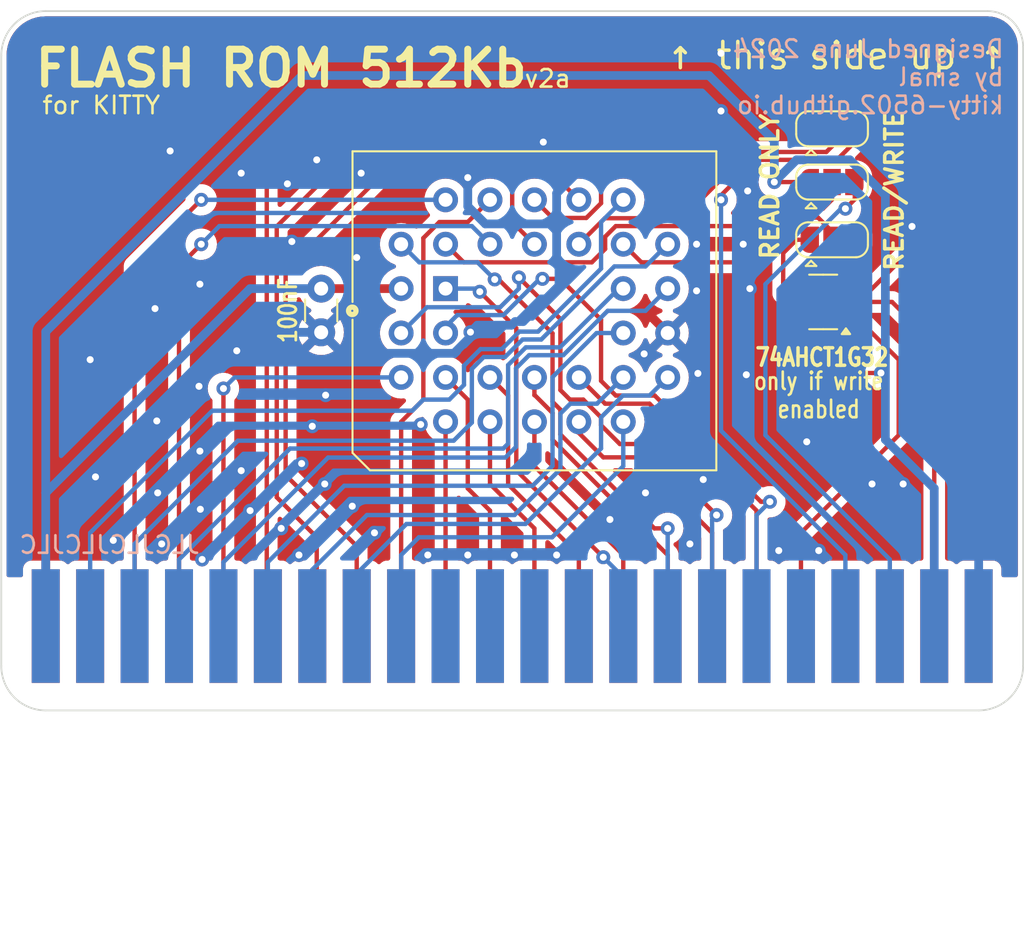
<source format=kicad_pcb>
(kicad_pcb (version 20240108) (generator "pcbnew") (generator_version "8.0")
  (layers (0 "F.Cu" signal) (31 "B.Cu" signal) (34 "B.Paste" user) (35 "F.Paste" user) (36 "B.SilkS" user "B.Silkscreen") (37 "F.SilkS" user "F.Silkscreen") (38 "B.Mask" user) (39 "F.Mask" user) (44 "Edge.Cuts" user))
  (net 0 "")
  (net 1 "GND")
  (net 2 "+5V")
  (net 3 "~{SEL}")
  (net 4 "~{CART}")
  (net 5 "A15")
  (net 6 "D7")
  (net 7 "A14")
  (net 8 "D6")
  (net 9 "A13")
  (net 10 "D5")
  (net 11 "A12")
  (net 12 "D4")
  (net 13 "A11")
  (net 14 "D3")
  (net 15 "A10")
  (net 16 "D2")
  (net 17 "A9")
  (net 18 "D1")
  (net 19 "A8")
  (net 20 "D0")
  (net 21 "A7")
  (net 22 "B7")
  (net 23 "A6")
  (net 24 "B6")
  (net 25 "A5")
  (net 26 "B5")
  (net 27 "A4")
  (net 28 "B4")
  (net 29 "A3")
  (net 30 "B3")
  (net 31 "A2")
  (net 32 "B2")
  (net 33 "A1")
  (net 34 "B1")
  (net 35 "A0")
  (net 36 "B0")
  (net 37 "3M")
  (net 38 "~{NMI}")
  (net 39 "~{R}{slash}W")
  (net 40 "~{RESET}")
  (net 41 "R{slash}~{W}")
  (net 43 "Net-(JP1-C)")
  (net 44 "Net-(JP1-B)")
  (net 45 "Net-(JP2-C)")
  (net 46 "Net-(JP3-C)")
  (footprint "Package_TO_SOT_SMD:SOT-23-5" (layer "F.Cu") (at 87.63 73.152 180)
    (property "Reference" "U2" (hide yes))
    (property "Value" "74AHCT1G32")
  )
  (footprint "Jumper:SolderJumper-3_P1.3mm_Open_RoundedPad1.0x1.5mm" (layer "F.Cu") (at 88.138 63.246)
    (property "Reference" "JP2" (hide yes))
    (property "Value" "SolderJumper_3_Open")
  )
  (footprint "Capacitor_THT:C_Disc_D3.0mm_W1.6mm_P2.50mm" (layer "F.Cu") (at 58.928 74.89 90)
    (property "Reference" "C1" (hide yes))
    (property "Value" "100nF")
  )
  (footprint "Jumper:SolderJumper-3_P1.3mm_Open_RoundedPad1.0x1.5mm" (layer "F.Cu") (at 88.138 69.596)
    (property "Reference" "JP1" (hide yes))
    (property "Value" "SolderJumper_3_Open")
  )
  (footprint "PCM_Package_LCC_AKL:PLCC-32_THT-Socket" (layer "F.Cu") (at 66.04 72.39 90)
    (property "Reference" "U1" (hide yes))
    (property "Value" "SST39SF040" (hide yes))
  )
  (footprint "Smal:KITTY_Cart_Edge" (layer "F.Cu") (at 43.18 94.234)
    (property "Reference" "J1" (hide yes))
    (property "Value" "Conn_02x22_Odd_Even" (hide yes))
  )
  (footprint "Jumper:SolderJumper-3_P1.3mm_Open_RoundedPad1.0x1.5mm" (layer "F.Cu") (at 88.138 66.294)
    (property "Reference" "JP3" (hide yes))
    (property "Value" "SolderJumper_3_Open")
  )
  (gr_line (start 40.64 59.055) (end 40.64 93.98) (stroke (width 0.1)) (layer "Edge.Cuts"))
  (gr_arc (start 40.64 59.055) (mid 41.383949 57.258949) (end 43.18 56.515) (stroke (width 0.1)) (layer "Edge.Cuts"))
  (gr_line (start 43.18 56.515) (end 97.027999 56.515) (stroke (width 0.1)) (layer "Edge.Cuts"))
  (gr_arc (start 97.027999 56.515) (mid 98.46484 57.110159) (end 99.059999 58.547) (stroke (width 0.1)) (layer "Edge.Cuts"))
  (gr_arc (start 43.18 96.52) (mid 41.383949 95.776051) (end 40.64 93.98) (stroke (width 0.1)) (layer "Edge.Cuts"))
  (gr_line (start 99.06 93.98) (end 99.06 58.547) (stroke (width 0.1)) (layer "Edge.Cuts"))
  (gr_arc (start 99.06 93.98) (mid 98.316051 95.776051) (end 96.52 96.52) (stroke (width 0.1)) (layer "Edge.Cuts"))
  (gr_line (start 96.52 96.52) (end 43.18 96.52) (stroke (width 0.1)) (layer "Edge.Cuts"))
  (gr_text "JLCJLCJLCJLC" (at 52.07 87.63 0) (layer "B.SilkS") (effects (font (size 1 1)) (justify left bottom mirror)))
  (gr_text "Designed June 2024\nby smal\nkitty-6502.github.io" (at 98.044 62.484 0) (layer "B.SilkS") (effects (font (size 1 1)) (justify left bottom mirror)))
  (gr_text "READ ONLY" (at 84.582 66.548 90) (layer "F.SilkS") (effects (font (size 1 1) (thickness 0.2) (bold yes))))
  (gr_text "for KITTY" (at 46.355 62.484 0) (layer "F.SilkS") (effects (font (size 1 1)) (justify bottom)))
  (gr_text "READ/WRITE" (at 91.694 66.802 90) (layer "F.SilkS") (effects (font (size 1 1) (thickness 0.2) (bold yes))))
  (gr_text "FLASH ROM 512Kb" (at 56.642 60.96 0) (layer "F.SilkS") (effects (font (size 2 2) (thickness 0.4) (bold yes)) (justify bottom)))
  (gr_text "v2a" (at 71.882 60.96 0) (layer "F.SilkS") (effects (font (size 1 1)) (justify bottom)))
  (gr_text "↑ this side up ↑" (at 88.392 59.944 0) (layer "F.SilkS") (effects (font (size 1.5 1.5) (thickness 0.2) (bold yes)) (justify bottom)))
  (gr_text "only if write\nenabled" (at 87.376 78.486 0) (layer "F.SilkS") (effects (font (size 1 0.8))))
  (segment (start 88.7675 72.2575) (end 88.9 72.39) (width 0.25) (layer "F.Cu") (net 1))
  (segment (start 64.6176 87.2236) (end 65.024 87.63) (width 0.5) (layer "F.Cu") (net 1))
  (segment (start 43.18 71.628) (end 50.292 64.516) (width 0.5) (layer "F.Cu") (net 1))
  (segment (start 82.0166 69.5706) (end 80.772 69.5706) (width 0.25) (layer "F.Cu") (net 1))
  (segment (start 92.456 68.834) (end 92.71 68.834) (width 0.25) (layer "F.Cu") (net 1))
  (segment (start 50.292 64.516) (end 53.086 64.516) (width 0.5) (layer "F.Cu") (net 1))
  (segment (start 88.7675 72.202) (end 88.7675 72.2575) (width 0.25) (layer "F.Cu") (net 1))
  (segment (start 64.6176 80.1624) (end 64.6176 87.2236) (width 0.5) (layer "F.Cu") (net 1))
  (segment (start 82.7786 69.5706) (end 83.058 69.85) (width 0.25) (layer "F.Cu") (net 1))
  (segment (start 90.424 83.566) (end 87.376 86.614) (width 0.5) (layer "F.Cu") (net 1))
  (segment (start 81.788 62.23) (end 81.788 58.928) (width 0.25) (layer "F.Cu") (net 1))
  (segment (start 54.356 65.786) (end 54.356 75.692) (width 0.5) (layer "F.Cu") (net 1))
  (segment (start 80.6704 69.5706) (end 80.391 69.85) (width 0.25) (layer "F.Cu") (net 1))
  (segment (start 53.086 64.516) (end 54.356 65.786) (width 0.5) (layer "F.Cu") (net 1))
  (segment (start 54.356 75.692) (end 54.102 75.946) (width 0.5) (layer "F.Cu") (net 1))
  (segment (start 87.376 86.614) (end 87.376 87.376) (width 0.5) (layer "F.Cu") (net 1))
  (segment (start 43.18 91.44) (end 43.18 71.628) (width 0.5) (layer "F.Cu") (net 1))
  (segment (start 80.772 69.5706) (end 80.6704 69.5706) (width 0.25) (layer "F.Cu") (net 1))
  (segment (start 80.772 69.5706) (end 82.7786 69.5706) (width 0.25) (layer "F.Cu") (net 1))
  (segment (start 88.9 72.39) (end 92.456 68.834) (width 0.25) (layer "F.Cu") (net 1))
  (via (at 49.5808 84.074) (size 0.8) (drill 0.4) (layers "F.Cu" "B.Cu") (net 1))
  (via (at 51.943 77.978) (size 0.8) (drill 0.4) (layers "F.Cu" "B.Cu") (net 1))
  (via (at 69.977 87.63) (size 0.8) (drill 0.4) (layers "F.Cu" "B.Cu") (net 1))
  (via (at 64.6176 80.1624) (size 0.8) (drill 0.4) (layers "F.Cu" "B.Cu") (net 1))
  (via (at 81.788 62.23) (size 0.8) (drill 0.4) (layers "F.Cu" "B.Cu") (net 1))
  (via (at 87.376 87.376) (size 0.8) (drill 0.4) (layers "F.Cu" "B.Cu") (net 1))
  (via (at 49.4284 73.533) (size 0.8) (drill 0.4) (layers "F.Cu" "B.Cu") (net 1))
  (via (at 75.438 85.598) (size 0.8) (drill 0.4) (layers "F.Cu" "B.Cu") (net 1))
  (via (at 83.312 66.802) (size 0.8) (drill 0.4) (layers "F.Cu" "B.Cu") (net 1))
  (via (at 57.2516 69.6976) (size 0.8) (drill 0.4) (layers "F.Cu" "B.Cu") (net 1))
  (via (at 52.0192 85.0138) (size 0.8) (drill 0.4) (layers "F.Cu" "B.Cu") (net 1))
  (via (at 54.864 85.09) (size 0.8) (drill 0.4) (layers "F.Cu" "B.Cu") (net 1))
  (via (at 49.53 79.9592) (size 0.8) (drill 0.4) (layers "F.Cu" "B.Cu") (net 1))
  (via (at 52.1208 87.884) (size 0.8) (drill 0.4) (layers "F.Cu" "B.Cu") (net 1))
  (via (at 56.642 86.106) (size 0.8) (drill 0.4) (layers "F.Cu" "B.Cu") (net 1))
  (via (at 77.3938 76.1238) (size 0.8) (drill 0.4) (layers "F.Cu" "B.Cu") (net 1))
  (via (at 83.439 72.39) (size 0.8) (drill 0.4) (layers "F.Cu" "B.Cu") (net 1))
  (via (at 51.9938 72.136) (size 0.8) (drill 0.4) (layers "F.Cu" "B.Cu") (net 1))
  (via (at 49.8094 86.995) (size 0.8) (drill 0.4) (layers "F.Cu" "B.Cu") (net 1))
  (via (at 92.71 68.834) (size 0.8) (drill 0.4) (layers "F.Cu" "B.Cu") (net 1))
  (via (at 57.8104 82.3976) (size 0.8) (drill 0.4) (layers "F.Cu" "B.Cu") (net 1))
  (via (at 77.47 84.074) (size 0.8) (drill 0.4) (layers "F.Cu" "B.Cu") (net 1))
  (via (at 61.214 65.786) (size 0.8) (drill 0.4) (layers "F.Cu" "B.Cu") (net 1))
  (via (at 60.706 84.836) (size 0.8) (drill 0.4) (layers "F.Cu" "B.Cu") (net 1))
  (via (at 50.292 64.516) (size 0.8) (drill 0.4) (layers "F.Cu" "B.Cu") (net 1))
  (via (at 47.0408 86.7918) (size 0.8) (drill 0.4) (layers "F.Cu" "B.Cu") (net 1))
  (via (at 80.391 69.85) (size 0.8) (drill 0.4) (layers "F.Cu" "B.Cu") (net 1))
  (via (at 83.058 69.85) (size 0.8) (drill 0.4) (layers "F.Cu" "B.Cu") (net 1))
  (via (at 51.9938 81.6864) (size 0.8) (drill 0.4) (layers "F.Cu" "B.Cu") (net 1))
  (via (at 67.4624 74.8792) (size 0.8) (drill 0.4) (layers "F.Cu" "B.Cu") (net 1))
  (via (at 67.31 87.63) (size 0.8) (drill 0.4) (layers "F.Cu" "B.Cu") (net 1))
  (via (at 72.39 87.63) (size 0.8) (drill 0.4) (layers "F.Cu" "B.Cu") (net 1))
  (via (at 65.024 87.63) (size 0.8) (drill 0.4) (layers "F.Cu" "B.Cu") (net 1))
  (via (at 80.391 72.517) (size 0.8) (drill 0.4) (layers "F.Cu" "B.Cu") (net 1))
  (via (at 57.658 87.63) (size 0.8) (drill 0.4) (layers "F.Cu" "B.Cu") (net 1))
  (via (at 80.01 86.995) (size 0.8) (drill 0.4) (layers "F.Cu" "B.Cu") (net 1))
  (via (at 56.9976 66.3956) (size 0.8) (drill 0.4) (layers "F.Cu" "B.Cu") (net 1))
  (via (at 58.674 65.024) (size 0.8) (drill 0.4) (layers "F.Cu" "B.Cu") (net 1))
  (via (at 90.424 83.566) (size 0.8) (drill 0.4) (layers "F.Cu" "B.Cu") (net 1))
  (via (at 59.1312 83.566) (size 0.8) (drill 0.4) (layers "F.Cu" "B.Cu") (net 1))
  (via (at 81.788 58.928) (size 0.8) (drill 0.4) (layers "F.Cu" "B.Cu") (net 1))
  (via (at 67.31 66.04) (size 0.8) (drill 0.4) (layers "F.Cu" "B.Cu") (net 1))
  (via (at 80.772 83.312) (size 0.8) (drill 0.4) (layers "F.Cu" "B.Cu") (net 1))
  (via (at 54.102 75.946) (size 0.8) (drill 0.4) (layers "F.Cu" "B.Cu") (net 1))
  (via (at 54.356 65.786) (size 0.8) (drill 0.4) (layers "F.Cu" "B.Cu") (net 1))
  (via (at 54.356 82.804) (size 0.8) (drill 0.4) (layers "F.Cu" "B.Cu") (net 1))
  (via (at 46.0248 83.1596) (size 0.8) (drill 0.4) (layers "F.Cu" "B.Cu") (net 1))
  (via (at 58.42 80.264) (size 0.8) (drill 0.4) (layers "F.Cu" "B.Cu") (net 1))
  (via (at 85.09 87.376) (size 0.8) (drill 0.4) (layers "F.Cu" "B.Cu") (net 1))
  (via (at 45.72 76.454) (size 0.8) (drill 0.4) (layers "F.Cu" "B.Cu") (net 1))
  (via (at 61.976 86.36) (size 0.8) (drill 0.4) (layers "F.Cu" "B.Cu") (net 1))
  (via (at 83.2358 77.3176) (size 0.8) (drill 0.4) (layers "F.Cu" "B.Cu") (net 1))
  (via (at 80.4672 77.2414) (size 0.8) (drill 0.4) (layers "F.Cu" "B.Cu") (net 1))
  (via (at 59.182 78.486) (size 0.8) (drill 0.4) (layers "F.Cu" "B.Cu") (net 1))
  (via (at 60.96 70.612) (size 0.8) (drill 0.4) (layers "F.Cu" "B.Cu") (net 1))
  (via (at 86.6902 81.153) (size 0.8) (drill 0.4) (layers "F.Cu" "B.Cu") (net 1))
  (via (at 71.628 64.008) (size 0.8) (drill 0.4) (layers "F.Cu" "B.Cu") (net 1))
  (via (at 92.202 83.566) (size 0.8) (drill 0.4) (layers "F.Cu" "B.Cu") (net 1))
  (segment (start 69.81104 74.4818) (end 67.8598 74.4818) (width 0.5) (layer "B.Cu") (net 1))
  (segment (start 83.439 70.231) (end 83.058 69.85) (width 0.25) (layer "B.Cu") (net 1))
  (segment (start 55.88 58.928) (end 50.292 64.516) (width 0.5) (layer "B.Cu") (net 1))
  (segment (start 83.439 72.39) (end 83.439 70.231) (width 0.25) (layer "B.Cu") (net 1))
  (segment (start 76.5556 65.7352) (end 80.391 69.5706) (width 0.5) (layer "B.Cu") (net 1))
  (segment (start 72.39 69.088) (end 71.9908 68.6888) (width 0.5) (layer "B.Cu") (net 1))
  (segment (start 70.476903 74.275) (end 70.01784 74.275) (width 0.5) (layer "B.Cu") (net 1))
  (segment (start 60.1292 76.0912) (end 58.928 74.89) (width 0.5) (layer "B.Cu") (net 1))
  (segment (start 69.977 87.63) (end 67.31 87.63) (width 0.5) (layer "B.Cu") (net 1))
  (segment (start 67.4624 74.8792) (end 67.4624 75.149785) (width 0.5) (layer "B.Cu") (net 1))
  (segment (start 67.31 67.682185) (end 67.31 66.04) (width 0.5) (layer "B.Cu") (net 1))
  (segment (start 67.4624 75.149785) (end 66.520985 76.0912) (width 0.5) (layer "B.Cu") (net 1))
  (segment (start 67.8598 74.4818) (end 67.4624 74.8792) (width 0.5) (layer "B.Cu") (net 1))
  (segment (start 72.39 69.088) (end 72.39 70.9828) (width 0.5) (layer "B.Cu") (net 1))
  (segment (start 81.788 58.928) (end 55.88 58.928) (width 0.5) (layer "B.Cu") (net 1))
  (segment (start 54.102 75.946) (end 55.158 74.89) (width 0.5) (layer "B.Cu") (net 1))
  (segment (start 72.39 66.937815) (end 73.592615 65.7352) (width 0.5) (layer "B.Cu") (net 1))
  (segment (start 96.52 91.44) (end 96.52 76.205) (width 0.5) (layer "B.Cu") (net 1))
  (segment (start 60.96 72.858) (end 60.96 70.612) (width 0.5) (layer "B.Cu") (net 1))
  (segment (start 72.39 70.9828) (end 72.5272 71.12) (width 0.5) (layer "B.Cu") (net 1))
  (segment (start 71.9908 68.6888) (end 68.316615 68.6888) (width 0.5) (layer "B.Cu") (net 1))
  (segment (start 83.058 67.056) (end 83.312 66.802) (width 0.25) (layer "B.Cu") (net 1))
  (segment (start 92.71 66.802) (end 84.836 58.928) (width 0.5) (layer "B.Cu") (net 1))
  (segment (start 80.391 69.85) (end 80.391 72.517) (width 0.5) (layer "B.Cu") (net 1))
  (segment (start 92.71 68.834) (end 92.71 66.802) (width 0.5) (layer "B.Cu") (net 1))
  (segment (start 67.31 87.63) (end 65.024 87.63) (width 0.5) (layer "B.Cu") (net 1))
  (segment (start 68.316615 68.6888) (end 67.31 67.682185) (width 0.5) (layer "B.Cu") (net 1))
  (segment (start 55.158 74.89) (end 58.928 74.89) (width 0.5) (layer "B.Cu") (net 1))
  (segment (start 93.726 69.85) (end 92.71 68.834) (width 0.5) (layer "B.Cu") (net 1))
  (segment (start 72.39 69.088) (end 72.39 66.937815) (width 0.5) (layer "B.Cu") (net 1))
  (segment (start 73.592615 65.7352) (end 76.5556 65.7352) (width 0.5) (layer "B.Cu") (net 1))
  (segment (start 83.312 63.754) (end 81.788 62.23) (width 0.25) (layer "B.Cu") (net 1))
  (segment (start 70.01784 74.275) (end 69.81104 74.4818) (width 0.5) (layer "B.Cu") (net 1))
  (segment (start 87.376 87.376) (end 85.09 87.376) (width 0.5) (layer "B.Cu") (net 1))
  (segment (start 84.836 58.928) (end 81.788 58.928) (width 0.5) (layer "B.Cu") (net 1))
  (segment (start 72.5272 71.12) (end 72.5272 72.224703) (width 0.5) (layer "B.Cu") (net 1))
  (segment (start 75.438 85.598) (end 74.422 85.598) (width 0.5) (layer "B.Cu") (net 1))
  (segment (start 72.5272 72.224703) (end 70.476903 74.275) (width 0.5) (layer "B.Cu") (net 1))
  (segment (start 66.520985 76.0912) (end 60.1292 76.0912) (width 0.5) (layer "B.Cu") (net 1))
  (segment (start 83.312 66.802) (end 83.312 63.754) (width 0.25) (layer "B.Cu") (net 1))
  (segment (start 96.52 76.205) (end 93.726 73.411) (width 0.5) (layer "B.Cu") (net 1))
  (segment (start 83.058 69.85) (end 83.058 67.056) (width 0.25) (layer "B.Cu") (net 1))
  (segment (start 93.726 73.411) (end 93.726 69.85) (width 0.5) (layer "B.Cu") (net 1))
  (segment (start 69.977 87.63) (end 72.39 87.63) (width 0.5) (layer "B.Cu") (net 1))
  (segment (start 58.928 74.89) (end 60.96 72.858) (width 0.5) (layer "B.Cu") (net 1))
  (segment (start 74.422 85.598) (end 72.39 87.63) (width 0.5) (layer "B.Cu") (net 1))
  (segment (start 89.6065 77.216) (end 86.4925 74.102) (width 0.25) (layer "F.Cu") (net 2))
  (segment (start 84.836 66.294) (end 86.838 66.294) (width 0.25) (layer "F.Cu") (net 2))
  (segment (start 63.5 72.39) (end 58.928 72.39) (width 0.5) (layer "F.Cu") (net 2))
  (segment (start 86.36 74.2345) (end 86.4925 74.102) (width 0.25) (layer "F.Cu") (net 2))
  (segment (start 90.932 77.216) (end 89.6065 77.216) (width 0.25) (layer "F.Cu") (net 2))
  (via (at 84.836 66.294) (size 0.8) (drill 0.4) (layers "F.Cu" "B.Cu") (net 2))
  (via (at 90.932 77.216) (size 0.8) (drill 0.4) (layers "F.Cu" "B.Cu") (net 2))
  (segment (start 43.18 84.074) (end 43.18 91.44) (width 0.5) (layer "B.Cu") (net 2))
  (segment (start 84.836 63.934497) (end 81.099503 60.198) (width 0.5) (layer "B.Cu") (net 2))
  (segment (start 91.186 81.026) (end 91.186 67.056) (width 0.5) (layer "B.Cu") (net 2))
  (segment (start 93.98 83.82) (end 91.186 81.026) (width 0.5) (layer "B.Cu") (net 2))
  (segment (start 54.864 72.39) (end 43.18 84.074) (width 0.5) (layer "B.Cu") (net 2))
  (segment (start 89.154 65.024) (end 86.106 65.024) (width 0.5) (layer "B.Cu") (net 2))
  (segment (start 84.836 66.294) (end 84.836 63.934497) (width 0.5) (layer "B.Cu") (net 2))
  (segment (start 43.18 74.856497) (end 43.18 84.074) (width 0.5) (layer "B.Cu") (net 2))
  (segment (start 91.186 67.056) (end 89.154 65.024) (width 0.5) (layer "B.Cu") (net 2))
  (segment (start 86.106 65.024) (end 84.836 66.294) (width 0.5) (layer "B.Cu") (net 2))
  (segment (start 81.099503 60.198) (end 57.838497 60.198) (width 0.5) (layer "B.Cu") (net 2))
  (segment (start 93.98 91.4435) (end 93.98 83.82) (width 0.5) (layer "B.Cu") (net 2))
  (segment (start 58.928 72.39) (end 54.864 72.39) (width 0.5) (layer "B.Cu") (net 2))
  (segment (start 57.838497 60.198) (end 43.18 74.856497) (width 0.5) (layer "B.Cu") (net 2))
  (segment (start 91.567 73.152) (end 93.98 75.565) (width 0.25) (layer "F.Cu") (net 3))
  (segment (start 93.98 64.008) (end 93.98 68.834) (width 0.25) (layer "F.Cu") (net 3))
  (segment (start 86.838 62.491) (end 87.861 61.468) (width 0.25) (layer "F.Cu") (net 3))
  (segment (start 87.861 61.468) (end 91.44 61.468) (width 0.25) (layer "F.Cu") (net 3))
  (segment (start 89.662 73.152) (end 88.7675 73.152) (width 0.25) (layer "F.Cu") (net 3))
  (segment (start 86.838 63.246) (end 86.838 62.491) (width 0.25) (layer "F.Cu") (net 3))
  (segment (start 93.98 75.565) (end 93.98 91.44) (width 0.25) (layer "F.Cu") (net 3))
  (segment (start 91.44 61.468) (end 93.98 64.008) (width 0.25) (layer "F.Cu") (net 3))
  (segment (start 88.7675 73.152) (end 91.567 73.152) (width 0.25) (layer "F.Cu") (net 3))
  (segment (start 93.98 68.834) (end 89.662 73.152) (width 0.25) (layer "F.Cu") (net 3))
  (segment (start 89.596 74.102) (end 91.948 76.454) (width 0.25) (layer "F.Cu") (net 4))
  (segment (start 91.948 76.454) (end 91.948 80.772) (width 0.25) (layer "F.Cu") (net 4))
  (segment (start 85.852 73.152) (end 87.128454 73.152) (width 0.25) (layer "F.Cu") (net 4))
  (segment (start 85.344 72.644) (end 85.852 73.152) (width 0.25) (layer "F.Cu") (net 4))
  (segment (start 86.106 69.596) (end 85.344 70.358) (width 0.25) (layer "F.Cu") (net 4))
  (segment (start 88.078454 74.102) (end 88.7675 74.102) (width 0.25) (layer "F.Cu") (net 4))
  (segment (start 85.344 70.358) (end 85.344 72.644) (width 0.25) (layer "F.Cu") (net 4))
  (segment (start 91.948 80.772) (end 86.36 86.36) (width 0.25) (layer "F.Cu") (net 4))
  (segment (start 87.128454 73.152) (end 88.078454 74.102) (width 0.25) (layer "F.Cu") (net 4))
  (segment (start 86.36 86.36) (end 86.36 91.4435) (width 0.25) (layer "F.Cu") (net 4))
  (segment (start 88.7675 74.102) (end 89.596 74.102) (width 0.25) (layer "F.Cu") (net 4))
  (segment (start 86.838 69.596) (end 86.106 69.596) (width 0.25) (layer "F.Cu") (net 4))
  (segment (start 76.2 67.31) (end 74.93 68.58) (width 0.25) (layer "B.Cu") (net 6))
  (segment (start 64.135 79.375) (end 52.705 79.375) (width 0.25) (layer "B.Cu") (net 6))
  (segment (start 67.0938 77.899209) (end 66.253009 78.74) (width 0.25) (layer "B.Cu") (net 6))
  (segment (start 52.705 79.375) (end 45.72 86.36) (width 0.25) (layer "B.Cu") (net 6))
  (segment (start 66.253009 78.74) (end 64.77 78.74) (width 0.25) (layer "B.Cu") (net 6))
  (segment (start 74.93 71.245604) (end 71.325604 74.85) (width 0.25) (layer "B.Cu") (net 6))
  (segment (start 67.0938 76.7972) (end 67.0938 77.899209) (width 0.25) (layer "B.Cu") (net 6))
  (segment (start 74.93 68.58) (end 74.93 71.245604) (width 0.25) (layer "B.Cu") (net 6))
  (segment (start 71.325604 74.85) (end 70.256012 74.85) (width 0.25) (layer "B.Cu") (net 6))
  (segment (start 64.77 78.74) (end 64.135 79.375) (width 0.25) (layer "B.Cu") (net 6))
  (segment (start 68.038702 75.852298) (end 67.0938 76.7972) (width 0.25) (layer "B.Cu") (net 6))
  (segment (start 70.256012 74.85) (end 69.253714 75.852298) (width 0.25) (layer "B.Cu") (net 6))
  (segment (start 69.253714 75.852298) (end 68.038702 75.852298) (width 0.25) (layer "B.Cu") (net 6))
  (segment (start 45.72 86.36) (end 45.72 91.44) (width 0.25) (layer "B.Cu") (net 6))
  (segment (start 48.26 91.44) (end 48.26 71.12) (width 0.25) (layer "F.Cu") (net 7))
  (segment (start 48.26 71.12) (end 52.07 67.31) (width 0.25) (layer "F.Cu") (net 7))
  (via (at 52.07 67.31) (size 0.8) (drill 0.4) (layers "F.Cu" "B.Cu") (net 7))
  (segment (start 52.07 67.31) (end 66.04 67.31) (width 0.25) (layer "B.Cu") (net 7))
  (segment (start 67.5438 76.983596) (end 67.5438 80.0504) (width 0.25) (layer "B.Cu") (net 8))
  (segment (start 77.47 71.12) (end 75.692 71.12) (width 0.25) (layer "B.Cu") (net 8))
  (segment (start 71.512 75.3) (end 70.442408 75.3) (width 0.25) (layer "B.Cu") (net 8))
  (segment (start 48.26 86.995) (end 48.26 91.44) (width 0.25) (layer "B.Cu") (net 8))
  (segment (start 69.44011 76.302298) (end 68.225098 76.302298) (width 0.25) (layer "B.Cu") (net 8))
  (segment (start 75.692 71.12) (end 71.512 75.3) (width 0.25) (layer "B.Cu") (net 8))
  (segment (start 66.5052 81.089) (end 54.166 81.089) (width 0.25) (layer "B.Cu") (net 8))
  (segment (start 70.442408 75.3) (end 69.44011 76.302298) (width 0.25) (layer "B.Cu") (net 8))
  (segment (start 68.225098 76.302298) (end 67.5438 76.983596) (width 0.25) (layer "B.Cu") (net 8))
  (segment (start 78.74 69.85) (end 77.47 71.12) (width 0.25) (layer "B.Cu") (net 8))
  (segment (start 67.5438 80.0504) (end 66.5052 81.089) (width 0.25) (layer "B.Cu") (net 8))
  (segment (start 54.166 81.089) (end 48.26 86.995) (width 0.25) (layer "B.Cu") (net 8))
  (segment (start 50.8 91.44) (end 50.8 71.12) (width 0.25) (layer "F.Cu") (net 9))
  (segment (start 50.8 71.12) (end 52.07 69.85) (width 0.25) (layer "F.Cu") (net 9))
  (via (at 52.07 69.85) (size 0.8) (drill 0.4) (layers "F.Cu" "B.Cu") (net 9))
  (segment (start 67.5438 68.8138) (end 68.58 69.85) (width 0.25) (layer "B.Cu") (net 9))
  (segment (start 52.07 69.85) (end 53.1062 68.8138) (width 0.25) (layer "B.Cu") (net 9))
  (segment (start 53.1062 68.8138) (end 67.5438 68.8138) (width 0.25) (layer "B.Cu") (net 9))
  (segment (start 69.337 81.539) (end 57.145 81.539) (width 0.25) (layer "B.Cu") (net 10))
  (segment (start 57.145 81.539) (end 50.8 87.884) (width 0.25) (layer "B.Cu") (net 10))
  (segment (start 70.628804 75.75) (end 69.6162 76.762604) (width 0.25) (layer "B.Cu") (net 10))
  (segment (start 75.943208 72.39) (end 72.583208 75.75) (width 0.25) (layer "B.Cu") (net 10))
  (segment (start 50.8 87.884) (end 50.8 91.44) (width 0.25) (layer "B.Cu") (net 10))
  (segment (start 69.6162 81.2598) (end 69.337 81.539) (width 0.25) (layer "B.Cu") (net 10))
  (segment (start 69.6162 76.762604) (end 69.6162 81.2598) (width 0.25) (layer "B.Cu") (net 10))
  (segment (start 72.583208 75.75) (end 70.628804 75.75) (width 0.25) (layer "B.Cu") (net 10))
  (segment (start 76.2 72.39) (end 75.943208 72.39) (width 0.25) (layer "B.Cu") (net 10))
  (segment (start 53.34 78.105) (end 53.34 91.44) (width 0.25) (layer "F.Cu") (net 11))
  (via (at 53.34 78.105) (size 0.8) (drill 0.4) (layers "F.Cu" "B.Cu") (net 11))
  (segment (start 53.975 77.47) (end 63.5 77.47) (width 0.25) (layer "B.Cu") (net 11))
  (segment (start 53.34 78.105) (end 53.975 77.47) (width 0.25) (layer "B.Cu") (net 11))
  (segment (start 70.0662 76.949) (end 70.0662 81.446196) (width 0.25) (layer "B.Cu") (net 12))
  (segment (start 72.769604 76.2) (end 70.8152 76.2) (width 0.25) (layer "B.Cu") (net 12))
  (segment (start 53.34 88.0364) (end 53.34 91.44) (width 0.25) (layer "B.Cu") (net 12))
  (segment (start 77.47 73.66) (end 75.309604 73.66) (width 0.25) (layer "B.Cu") (net 12))
  (segment (start 59.3234 82.053) (end 53.34 88.0364) (width 0.25) (layer "B.Cu") (net 12))
  (segment (start 70.0662 81.446196) (end 69.459396 82.053) (width 0.25) (layer "B.Cu") (net 12))
  (segment (start 78.74 72.39) (end 77.47 73.66) (width 0.25) (layer "B.Cu") (net 12))
  (segment (start 69.459396 82.053) (end 59.3234 82.053) (width 0.25) (layer "B.Cu") (net 12))
  (segment (start 75.309604 73.66) (end 72.769604 76.2) (width 0.25) (layer "B.Cu") (net 12))
  (segment (start 70.8152 76.2) (end 70.0662 76.949) (width 0.25) (layer "B.Cu") (net 12))
  (segment (start 72.1562 68.3462) (end 74.089209 68.3462) (width 0.25) (layer "F.Cu") (net 13))
  (segment (start 55.817 91.377) (end 55.88 91.44) (width 0.25) (layer "F.Cu") (net 13))
  (segment (start 59.944 61.976) (end 55.817 66.103) (width 0.25) (layer "F.Cu") (net 13))
  (segment (start 74.93 67.505409) (end 74.93 66.04) (width 0.25) (layer "F.Cu") (net 13))
  (segment (start 71.12 67.31) (end 72.1562 68.3462) (width 0.25) (layer "F.Cu") (net 13))
  (segment (start 74.93 66.04) (end 70.866 61.976) (width 0.25) (layer "F.Cu") (net 13))
  (segment (start 55.817 66.103) (end 55.817 91.377) (width 0.25) (layer "F.Cu") (net 13))
  (segment (start 70.866 61.976) (end 59.944 61.976) (width 0.25) (layer "F.Cu") (net 13))
  (segment (start 74.089209 68.3462) (end 74.93 67.505409) (width 0.25) (layer "F.Cu") (net 13))
  (segment (start 55.88 88.034727) (end 60.247127 83.6676) (width 0.25) (layer "B.Cu") (net 14))
  (segment (start 55.88 91.4435) (end 55.88 88.034727) (width 0.25) (layer "B.Cu") (net 14))
  (segment (start 60.247127 83.6676) (end 71.0184 83.6676) (width 0.25) (layer "B.Cu") (net 14))
  (segment (start 72.1562 82.5298) (end 72.1562 77.4498) (width 0.25) (layer "B.Cu") (net 14))
  (segment (start 74.676 74.93) (end 76.2 74.93) (width 0.25) (layer "B.Cu") (net 14))
  (segment (start 72.1562 77.4498) (end 74.676 74.93) (width 0.25) (layer "B.Cu") (net 14))
  (segment (start 71.0184 83.6676) (end 72.1562 82.5298) (width 0.25) (layer "B.Cu") (net 14))
  (segment (start 58.674 86.614) (end 56.388 84.328) (width 0.25) (layer "F.Cu") (net 15))
  (segment (start 58.674 91.1895) (end 58.674 86.614) (width 0.25) (layer "F.Cu") (net 15))
  (segment (start 69.85 63.5) (end 73.66 67.31) (width 0.25) (layer "F.Cu") (net 15))
  (segment (start 56.388 84.328) (end 56.388 68.834) (width 0.25) (layer "F.Cu") (net 15))
  (segment (start 56.388 68.834) (end 61.722 63.5) (width 0.25) (layer "F.Cu") (net 15))
  (segment (start 61.722 63.5) (end 69.85 63.5) (width 0.25) (layer "F.Cu") (net 15))
  (segment (start 58.42 91.4435) (end 58.674 91.1895) (width 0.25) (layer "F.Cu") (net 15))
  (segment (start 69.978396 85.344) (end 72.6062 82.716196) (width 0.25) (layer "B.Cu") (net 16))
  (segment (start 74.6962 78.9738) (end 76.2 77.47) (width 0.25) (layer "B.Cu") (net 16))
  (segment (start 73.1722 78.9738) (end 74.6962 78.9738) (width 0.25) (layer "B.Cu") (net 16))
  (segment (start 72.6062 82.716196) (end 72.6062 79.5398) (width 0.25) (layer "B.Cu") (net 16))
  (segment (start 58.42 91.44) (end 58.42 88.4675) (width 0.25) (layer "B.Cu") (net 16))
  (segment (start 72.6062 79.5398) (end 73.1722 78.9738) (width 0.25) (layer "B.Cu") (net 16))
  (segment (start 58.42 88.4675) (end 61.5435 85.344) (width 0.25) (layer "B.Cu") (net 16))
  (segment (start 61.5435 85.344) (end 69.978396 85.344) (width 0.25) (layer "B.Cu") (net 16))
  (segment (start 71.12 69.85) (end 69.85 68.58) (width 0.25) (layer "F.Cu") (net 17))
  (segment (start 69.85 65.889273) (end 69.111727 65.151) (width 0.25) (layer "F.Cu") (net 17))
  (segment (start 63.119 65.151) (end 56.896 71.374) (width 0.25) (layer "F.Cu") (net 17))
  (segment (start 69.85 68.58) (end 69.85 65.889273) (width 0.25) (layer "F.Cu") (net 17))
  (segment (start 56.896 83.058) (end 60.96 87.122) (width 0.25) (layer "F.Cu") (net 17))
  (segment (start 56.896 71.374) (end 56.896 83.058) (width 0.25) (layer "F.Cu") (net 17))
  (segment (start 69.111727 65.151) (end 63.119 65.151) (width 0.25) (layer "F.Cu") (net 17))
  (segment (start 60.96 87.122) (end 60.96 91.4435) (width 0.25) (layer "F.Cu") (net 17))
  (segment (start 74.93 81.534) (end 70.612 85.852) (width 0.25) (layer "B.Cu") (net 18))
  (segment (start 77.7038 78.5062) (end 76.1798 78.5062) (width 0.25) (layer "B.Cu") (net 18))
  (segment (start 78.74 77.47) (end 77.7038 78.5062) (width 0.25) (layer "B.Cu") (net 18))
  (segment (start 70.612 85.852) (end 63.8048 85.852) (width 0.25) (layer "B.Cu") (net 18))
  (segment (start 76.1798 78.5062) (end 74.93 79.756) (width 0.25) (layer "B.Cu") (net 18))
  (segment (start 60.96 88.6968) (end 60.96 91.44) (width 0.25) (layer "B.Cu") (net 18))
  (segment (start 74.93 79.756) (end 74.93 81.534) (width 0.25) (layer "B.Cu") (net 18))
  (segment (start 63.8048 85.852) (end 60.96 88.6968) (width 0.25) (layer "B.Cu") (net 18))
  (segment (start 67.31 68.58) (end 68.58 67.31) (width 0.25) (layer "F.Cu") (net 19))
  (segment (start 63.5 80.01) (end 64.77 78.74) (width 0.25) (layer "F.Cu") (net 19))
  (segment (start 63.5 91.44) (end 63.5 80.01) (width 0.25) (layer "F.Cu") (net 19))
  (segment (start 64.77 69.498295) (end 65.688295 68.58) (width 0.25) (layer "F.Cu") (net 19))
  (segment (start 65.688295 68.58) (end 67.31 68.58) (width 0.25) (layer "F.Cu") (net 19))
  (segment (start 64.77 78.74) (end 64.77 69.498295) (width 0.25) (layer "F.Cu") (net 19))
  (segment (start 76.2 82.55) (end 76.2 80.01) (width 0.25) (layer "B.Cu") (net 20))
  (segment (start 63.5 87.63) (end 64.516 86.614) (width 0.25) (layer "B.Cu") (net 20))
  (segment (start 63.5 91.44) (end 63.5 87.63) (width 0.25) (layer "B.Cu") (net 20))
  (segment (start 64.516 86.614) (end 72.136 86.614) (width 0.25) (layer "B.Cu") (net 20))
  (segment (start 72.136 86.614) (end 76.2 82.55) (width 0.25) (layer "B.Cu") (net 20))
  (segment (start 66.04 80.01) (end 66.04 91.44) (width 0.25) (layer "F.Cu") (net 21))
  (segment (start 67.31 83.82) (end 67.31 78.74) (width 0.25) (layer "F.Cu") (net 23))
  (segment (start 67.31 78.74) (end 66.04 77.47) (width 0.25) (layer "F.Cu") (net 23))
  (segment (start 68.58 85.09) (end 67.31 83.82) (width 0.25) (layer "F.Cu") (net 23))
  (segment (start 68.58 91.44) (end 68.58 85.09) (width 0.25) (layer "F.Cu") (net 23))
  (segment (start 68.58 80.01) (end 68.58 83.566) (width 0.25) (layer "F.Cu") (net 25))
  (segment (start 71.12 86.106) (end 71.12 91.44) (width 0.25) (layer "F.Cu") (net 25))
  (segment (start 68.58 83.566) (end 71.12 86.106) (width 0.25) (layer "F.Cu") (net 25))
  (segment (start 73.66 91.44) (end 73.66 87.63) (width 0.25) (layer "F.Cu") (net 27))
  (segment (start 69.6162 83.5862) (end 69.6162 78.5062) (width 0.25) (layer "F.Cu") (net 27))
  (segment (start 73.66 87.63) (end 69.6162 83.5862) (width 0.25) (layer "F.Cu") (net 27))
  (segment (start 69.6162 78.5062) (end 68.58 77.47) (width 0.25) (layer "F.Cu") (net 27))
  (segment (start 71.12 82.55) (end 76.2 87.63) (width 0.25) (layer "F.Cu") (net 29))
  (segment (start 71.12 80.01) (end 71.12 82.55) (width 0.25) (layer "F.Cu") (net 29))
  (segment (start 76.2 87.63) (end 76.2 91.44) (width 0.25) (layer "F.Cu") (net 29))
  (segment (start 70.0838 74.6558) (end 70.0838 82.7838) (width 0.25) (layer "F.Cu") (net 30))
  (segment (start 67.9958 72.5678) (end 70.0838 74.6558) (width 0.25) (layer "F.Cu") (net 30))
  (segment (start 70.0838 82.7838) (end 75.057 87.757) (width 0.25) (layer "F.Cu") (net 30))
  (via (at 67.9958 72.5678) (size 0.8) (drill 0.4) (layers "F.Cu" "B.Cu") (net 30))
  (via (at 75.057 87.757) (size 0.8) (drill 0.4) (layers "F.Cu" "B.Cu") (net 30))
  (segment (start 67.9958 72.5678) (end 67.818 72.39) (width 0.25) (layer "B.Cu") (net 30))
  (segment (start 75.057 87.757) (end 76.2 88.9) (width 0.25) (layer "B.Cu") (net 30))
  (segment (start 67.818 72.39) (end 66.04 72.39) (width 0.25) (layer "B.Cu") (net 30))
  (segment (start 76.2 88.9) (end 76.2 91.44) (width 0.25) (layer "B.Cu") (net 30))
  (segment (start 78.74 91.4435) (end 78.74 87.63) (width 0.25) (layer "F.Cu") (net 31))
  (segment (start 72.1562 81.0462) (end 72.1562 79.502) (width 0.25) (layer "F.Cu") (net 31))
  (segment (start 78.74 87.63) (end 72.1562 81.0462) (width 0.25) (layer "F.Cu") (net 31))
  (segment (start 71.12 78.486) (end 71.1402 78.486) (width 0.25) (layer "F.Cu") (net 31))
  (segment (start 71.12 77.47) (end 71.12 78.486) (width 0.25) (layer "F.Cu") (net 31))
  (segment (start 71.1402 78.486) (end 72.1562 79.502) (width 0.25) (layer "F.Cu") (net 31))
  (segment (start 72.1562 78.865604) (end 72.6062 79.315604) (width 0.25) (layer "F.Cu") (net 32))
  (segment (start 69.072534 71.866534) (end 72.1562 74.9502) (width 0.25) (layer "F.Cu") (net 32))
  (segment (start 72.6062 80.7342) (end 77.978 86.106) (width 0.25) (layer "F.Cu") (net 32))
  (segment (start 77.978 86.106) (end 78.74 86.106) (width 0.25) (layer "F.Cu") (net 32))
  (segment (start 72.6062 79.315604) (end 72.6062 80.7342) (width 0.25) (layer "F.Cu") (net 32))
  (segment (start 72.1562 74.9502) (end 72.1562 78.865604) (width 0.25) (layer "F.Cu") (net 32))
  (segment (start 68.849466 71.866534) (end 69.072534 71.866534) (width 0.25) (layer "F.Cu") (net 32))
  (via (at 68.849466 71.866534) (size 0.8) (drill 0.4) (layers "F.Cu" "B.Cu") (net 32))
  (via (at 78.74 86.106) (size 0.8) (drill 0.4) (layers "F.Cu" "B.Cu") (net 32))
  (segment (start 78.74 86.106) (end 78.74 91.44) (width 0.25) (layer "B.Cu") (net 32))
  (segment (start 67.869132 70.8862) (end 64.5362 70.8862) (width 0.25) (layer "B.Cu") (net 32))
  (segment (start 68.849466 71.866534) (end 67.869132 70.8862) (width 0.25) (layer "B.Cu") (net 32))
  (segment (start 64.5362 70.8862) (end 63.5 69.85) (width 0.25) (layer "B.Cu") (net 32))
  (segment (start 81.28 86.36) (end 81.28 91.44) (width 0.25) (layer "F.Cu") (net 33))
  (segment (start 75.057 82.042) (end 76.962 82.042) (width 0.25) (layer "F.Cu") (net 33))
  (segment (start 76.962 82.042) (end 81.28 86.36) (width 0.25) (layer "F.Cu") (net 33))
  (segment (start 73.66 80.01) (end 73.66 80.645) (width 0.25) (layer "F.Cu") (net 33))
  (segment (start 73.66 80.645) (end 75.057 82.042) (width 0.25) (layer "F.Cu") (net 33))
  (segment (start 74.93 80.205409) (end 76.004591 81.28) (width 0.25) (layer "F.Cu") (net 34))
  (segment (start 73.152 78.74) (end 73.914 78.74) (width 0.25) (layer "F.Cu") (net 34))
  (segment (start 72.6062 74.1302) (end 72.6062 78.1942) (width 0.25) (layer "F.Cu") (net 34))
  (segment (start 76.004591 81.28) (end 77.47 81.28) (width 0.25) (layer "F.Cu") (net 34))
  (segment (start 73.914 78.74) (end 74.93 79.756) (width 0.25) (layer "F.Cu") (net 34))
  (segment (start 70.231 71.755) (end 72.6062 74.1302) (width 0.25) (layer "F.Cu") (net 34))
  (segment (start 74.93 79.756) (end 74.93 80.205409) (width 0.25) (layer "F.Cu") (net 34))
  (segment (start 72.6062 78.1942) (end 73.152 78.74) (width 0.25) (layer "F.Cu") (net 34))
  (segment (start 77.47 81.28) (end 81.534 85.344) (width 0.25) (layer "F.Cu") (net 34))
  (via (at 70.231 71.755) (size 0.8) (drill 0.4) (layers "F.Cu" "B.Cu") (net 34))
  (via (at 81.534 85.344) (size 0.8) (drill 0.4) (layers "F.Cu" "B.Cu") (net 34))
  (segment (start 69.161408 73.4568) (end 64.9732 73.4568) (width 0.25) (layer "B.Cu") (net 34))
  (segment (start 81.28 91.44) (end 81.28 85.598) (width 0.25) (layer "B.Cu") (net 34))
  (segment (start 70.231 71.755) (end 70.231 72.387208) (width 0.25) (layer "B.Cu") (net 34))
  (segment (start 81.28 85.598) (end 81.534 85.344) (width 0.25) (layer "B.Cu") (net 34))
  (segment (start 64.9732 73.4568) (end 63.5 74.93) (width 0.25) (layer "B.Cu") (net 34))
  (segment (start 70.231 72.387208) (end 69.161408 73.4568) (width 0.25) (layer "B.Cu") (net 34))
  (segment (start 83.82 85.09) (end 77.7038 78.9738) (width 0.25) (layer "F.Cu") (net 35))
  (segment (start 75.1638 78.9738) (end 73.66 77.47) (width 0.25) (layer "F.Cu") (net 35))
  (segment (start 83.82 91.44) (end 83.82 85.09) (width 0.25) (layer "F.Cu") (net 35))
  (segment (start 77.7038 78.9738) (end 75.1638 78.9738) (width 0.25) (layer "F.Cu") (net 35))
  (segment (start 84.074 84.582) (end 84.582 84.582) (width 0.25) (layer "F.Cu") (net 36))
  (segment (start 75.770791 78.5062) (end 77.9982 78.5062) (width 0.25) (layer "F.Cu") (net 36))
  (segment (start 77.9982 78.5062) (end 84.074 84.582) (width 0.25) (layer "F.Cu") (net 36))
  (segment (start 71.5772 71.8312) (end 72.5932 71.8312) (width 0.25) (layer "F.Cu") (net 36))
  (segment (start 74.93 74.168) (end 74.93 77.665409) (width 0.25) (layer "F.Cu") (net 36))
  (segment (start 72.5932 71.8312) (end 74.93 74.168) (width 0.25) (layer "F.Cu") (net 36))
  (segment (start 74.93 77.665409) (end 75.770791 78.5062) (width 0.25) (layer "F.Cu") (net 36))
  (via (at 71.5772 71.8312) (size 0.8) (drill 0.4) (layers "F.Cu" "B.Cu") (net 36))
  (via (at 84.582 84.582) (size 0.8) (drill 0.4) (layers "F.Cu" "B.Cu") (net 36))
  (segment (start 66.04 74.5744) (end 66.04 74.93) (width 0.25) (layer "B.Cu") (net 36))
  (segment (start 66.7076 73.9068) (end 66.04 74.5744) (width 0.25) (layer "B.Cu") (net 36))
  (segment (start 69.347804 73.9068) (end 66.7076 73.9068) (width 0.25) (layer "B.Cu") (net 36))
  (segment (start 71.5772 71.8312) (end 71.423404 71.8312) (width 0.25) (layer "B.Cu") (net 36))
  (segment (start 83.82 85.344) (end 83.82 91.4435) (width 0.25) (layer "B.Cu") (net 36))
  (segment (start 71.423404 71.8312) (end 69.347804 73.9068) (width 0.25) (layer "B.Cu") (net 36))
  (segment (start 84.582 84.582) (end 83.82 85.344) (width 0.25) (layer "B.Cu") (net 36))
  (segment (start 83.82 65.024) (end 81.788 67.056) (width 0.25) (layer "F.Cu") (net 39))
  (segment (start 81.788 67.056) (end 81.788 67.31) (width 0.25) (layer "F.Cu") (net 39))
  (segment (start 89.438 63.246) (end 89.438 64.001) (width 0.25) (layer "F.Cu") (net 39))
  (segment (start 89.438 64.001) (end 88.415 65.024) (width 0.25) (layer "F.Cu") (net 39))
  (segment (start 88.415 65.024) (end 83.82 65.024) (width 0.25) (layer "F.Cu") (net 39))
  (via (at 81.788 67.31) (size 0.8) (drill 0.4) (layers "F.Cu" "B.Cu") (net 39))
  (segment (start 81.788 67.31) (end 81.788 80.518) (width 0.25) (layer "B.Cu") (net 39))
  (segment (start 88.9 87.63) (end 88.9 91.44) (width 0.25) (layer "B.Cu") (net 39))
  (segment (start 81.788 80.518) (end 88.9 87.63) (width 0.25) (layer "B.Cu") (net 39))
  (segment (start 89.438 67.28) (end 89.438 66.294) (width 0.25) (layer "F.Cu") (net 41))
  (segment (start 88.9 67.818) (end 89.438 67.28) (width 0.25) (layer "F.Cu") (net 41))
  (via (at 88.9 67.818) (size 0.8) (drill 0.4) (layers "F.Cu" "B.Cu") (net 41))
  (segment (start 84.328 72.136) (end 84.328 80.772) (width 0.25) (layer "B.Cu") (net 41))
  (segment (start 88.9 67.818) (end 88.646 67.818) (width 0.25) (layer "B.Cu") (net 41))
  (segment (start 88.646 67.818) (end 84.328 72.136) (width 0.25) (layer "B.Cu") (net 41))
  (segment (start 91.44 87.884) (end 91.44 91.44) (width 0.25) (layer "B.Cu") (net 41))
  (segment (start 84.328 80.772) (end 91.44 87.884) (width 0.25) (layer "B.Cu") (net 41))
  (segment (start 77.2362 70.8862) (end 76.2 69.85) (width 0.25) (layer "F.Cu") (net 43))
  (segment (start 83.312 70.8862) (end 77.2362 70.8862) (width 0.25) (layer "F.Cu") (net 43))
  (segment (start 88.138 69.596) (end 88.138 69.129308) (width 0.25) (layer "F.Cu") (net 43))
  (segment (start 88.138 69.129308) (end 87.334692 68.326) (width 0.25) (layer "F.Cu") (net 43))
  (segment (start 87.334692 68.326) (end 85.8722 68.326) (width 0.25) (layer "F.Cu") (net 43))
  (segment (start 85.8722 68.326) (end 83.312 70.8862) (width 0.25) (layer "F.Cu") (net 43))
  (segment (start 87.5745 71.12) (end 86.4925 72.202) (width 0.25) (layer "F.Cu") (net 44))
  (segment (start 89.438 69.596) (end 89.438 70.351) (width 0.25) (layer "F.Cu") (net 44))
  (segment (start 89.438 70.351) (end 88.669 71.12) (width 0.25) (layer "F.Cu") (net 44))
  (segment (start 88.669 71.12) (end 87.5745 71.12) (width 0.25) (layer "F.Cu") (net 44))
  (segment (start 87.81 64.574) (end 88.138 64.246) (width 0.25) (layer "F.Cu") (net 45))
  (segment (start 73.66 69.85) (end 75.1462 68.3638) (width 0.25) (layer "F.Cu") (net 45))
  (segment (start 88.138 64.246) (end 88.138 63.246) (width 0.25) (layer "F.Cu") (net 45))
  (segment (start 79.567473 68.3638) (end 83.357273 64.574) (width 0.25) (layer "F.Cu") (net 45))
  (segment (start 75.1462 68.3638) (end 79.567473 68.3638) (width 0.25) (layer "F.Cu") (net 45))
  (segment (start 83.357273 64.574) (end 87.81 64.574) (width 0.25) (layer "F.Cu") (net 45))
  (segment (start 88.138 66.294) (end 88.138 67.294) (width 0.25) (layer "F.Cu") (net 46))
  (segment (start 75.770791 68.8138) (end 75.1638 69.420791) (width 0.25) (layer "F.Cu") (net 46))
  (segment (start 75.1638 70.1242) (end 74.4018 70.8862) (width 0.25) (layer "F.Cu") (net 46))
  (segment (start 84.836 67.818) (end 83.8402 68.8138) (width 0.25) (layer "F.Cu") (net 46))
  (segment (start 87.614 67.818) (end 84.836 67.818) (width 0.25) (layer "F.Cu") (net 46))
  (segment (start 67.0762 70.8862) (end 66.04 69.85) (width 0.25) (layer "F.Cu") (net 46))
  (segment (start 83.8402 68.8138) (end 75.770791 68.8138) (width 0.25) (layer "F.Cu") (net 46))
  (segment (start 88.138 67.294) (end 87.614 67.818) (width 0.25) (layer "F.Cu") (net 46))
  (segment (start 74.4018 70.8862) (end 67.0762 70.8862) (width 0.25) (layer "F.Cu") (net 46))
  (segment (start 75.1638 69.420791) (end 75.1638 70.1242) (width 0.25) (layer "F.Cu") (net 46))
  (zone (net 1) (net_name "GND") (layer "F.Cu") (connect_pads (clearance 0.5)) (min_thickness 0.25) (fill yes (thermal_gap 0.5) (thermal_bridge_width 0.5))
    (polygon (pts (xy 40.64 88.9) (xy 40.64 55.88) (xy 99.06 55.88) (xy 99.06 88.9)))
  )
  (zone (net 1) (net_name "GND") (layers "F&B.Cu") (connect_pads (clearance 0.5)) (min_thickness 0.25) (fill yes (thermal_gap 0.5) (thermal_bridge_width 0.5))
    (polygon (pts (xy 40.64 88.9) (xy 40.64 55.88) (xy 99.06 55.88) (xy 99.06 88.9)))
  )
)
</source>
